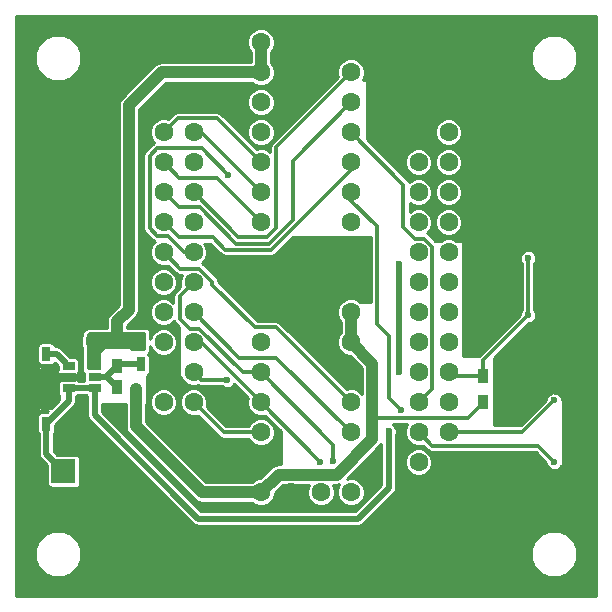
<source format=gbl>
G04 #@! TF.FileFunction,Copper,L2,Bot,Signal*
%FSLAX46Y46*%
G04 Gerber Fmt 4.6, Leading zero omitted, Abs format (unit mm)*
G04 Created by KiCad (PCBNEW 4.0.0-rc1-stable) date 2016/05/03 6:10:00*
%MOMM*%
G01*
G04 APERTURE LIST*
%ADD10C,0.100000*%
%ADD11C,1.600000*%
%ADD12R,0.750000X1.200000*%
%ADD13R,1.200000X0.750000*%
%ADD14R,0.900000X1.200000*%
%ADD15R,1.060000X0.650000*%
%ADD16R,2.032000X2.032000*%
%ADD17O,2.032000X2.032000*%
%ADD18C,0.600000*%
%ADD19C,0.500000*%
%ADD20C,0.300000*%
%ADD21C,1.000000*%
%ADD22C,0.200000*%
%ADD23C,0.250000*%
G04 APERTURE END LIST*
D10*
D11*
X34525000Y27000000D03*
X15475000Y27000000D03*
X37065000Y27000000D03*
X34525000Y24460000D03*
X34525000Y21920000D03*
X34525000Y19380000D03*
X34525000Y16840000D03*
X34525000Y14300000D03*
X37065000Y14300000D03*
X37065000Y16840000D03*
X37065000Y19380000D03*
X37065000Y21920000D03*
X37065000Y24460000D03*
X34525000Y11760000D03*
X37065000Y11760000D03*
X34525000Y29540000D03*
X34525000Y32080000D03*
X34525000Y34620000D03*
X34525000Y37160000D03*
X34525000Y39700000D03*
X37065000Y39700000D03*
X37065000Y37160000D03*
X37065000Y34620000D03*
X37065000Y32080000D03*
X37065000Y29540000D03*
X15475000Y24460000D03*
X15475000Y21920000D03*
X15475000Y19380000D03*
X15475000Y16840000D03*
X12935000Y16840000D03*
X12935000Y19380000D03*
X12935000Y21920000D03*
X12935000Y24460000D03*
X12935000Y27000000D03*
X12935000Y29540000D03*
X15475000Y29540000D03*
X15475000Y32080000D03*
X15475000Y34620000D03*
X15475000Y37160000D03*
X15475000Y39700000D03*
X12935000Y39700000D03*
X12935000Y37160000D03*
X12935000Y34620000D03*
X12935000Y32080000D03*
X23730000Y9220000D03*
X26270000Y9220000D03*
X28810000Y9220000D03*
X21190000Y9220000D03*
D12*
X3000000Y15050000D03*
X3000000Y16950000D03*
X3000000Y20950000D03*
X3000000Y19050000D03*
X11000000Y21950000D03*
X11000000Y20050000D03*
D13*
X6950000Y22000000D03*
X5050000Y22000000D03*
D14*
X9000000Y22100000D03*
X9000000Y19900000D03*
X9000000Y18100000D03*
X9000000Y15900000D03*
X40000000Y16900000D03*
X40000000Y19100000D03*
D15*
X4900000Y18050000D03*
X4900000Y19000000D03*
X4900000Y19950000D03*
X7100000Y19950000D03*
X7100000Y18050000D03*
X7100000Y19000000D03*
D16*
X4460000Y11000000D03*
D17*
X7000000Y11000000D03*
D11*
X21190000Y24460000D03*
X21190000Y21920000D03*
X21190000Y19380000D03*
X21190000Y16840000D03*
X21190000Y14300000D03*
X28810000Y14300000D03*
X28810000Y16840000D03*
X28810000Y19380000D03*
X28810000Y21920000D03*
X28810000Y24460000D03*
X21190000Y47320000D03*
X21190000Y44780000D03*
X21190000Y42240000D03*
X21190000Y39700000D03*
X21190000Y37160000D03*
X21190000Y34620000D03*
X21190000Y32080000D03*
X28810000Y32080000D03*
X28810000Y34620000D03*
X28810000Y37160000D03*
X28810000Y39700000D03*
X28810000Y42240000D03*
X28810000Y44780000D03*
X28810000Y47320000D03*
D18*
X32842000Y28557900D03*
X32842000Y19442100D03*
X32000000Y14400000D03*
X13000000Y14800000D03*
X16800000Y10800000D03*
X19800000Y10800000D03*
X22200000Y12200000D03*
X42600000Y24600000D03*
X39200000Y21200000D03*
X41400000Y20400000D03*
X42400000Y15400000D03*
X41400000Y15400000D03*
X29000000Y28000000D03*
X26000000Y28000000D03*
X23000000Y28000000D03*
X20000000Y28000000D03*
X34000000Y43000000D03*
X39000000Y43000000D03*
X39000000Y48000000D03*
X34000000Y48000000D03*
X17000000Y48000000D03*
X12000000Y48000000D03*
X7000000Y48000000D03*
X7000000Y43000000D03*
X2000000Y43000000D03*
X2000000Y38000000D03*
X2000000Y33000000D03*
X2000000Y28000000D03*
X2000000Y23000000D03*
X2000000Y18000000D03*
X2000000Y13000000D03*
X2000000Y9000000D03*
X4000000Y8000000D03*
X7000000Y8000000D03*
X45000000Y10000000D03*
X40000000Y10000000D03*
X40000000Y5000000D03*
X35000000Y5000000D03*
X30000000Y5000000D03*
X25000000Y5000000D03*
X20000000Y5000000D03*
X15000000Y5000000D03*
X10000000Y5000000D03*
X5000000Y21000000D03*
X3800000Y17200000D03*
X4000000Y19000000D03*
X8000000Y16000000D03*
X10600000Y18000000D03*
X10000000Y22000000D03*
X43800000Y24200000D03*
X43812000Y29046900D03*
X46000000Y17000000D03*
X46000000Y11800000D03*
X18321000Y18735700D03*
X27322000Y11912200D03*
X26200000Y11800000D03*
X18410900Y36128900D03*
X33054000Y16215600D03*
D19*
X32842000Y19442100D02*
X32842000Y28557900D01*
X32000000Y9600000D02*
X32000000Y14400000D01*
X29400000Y7000000D02*
X32000000Y9600000D01*
X15890000Y7000000D02*
X29400000Y7000000D01*
X7100000Y15790000D02*
X15890000Y7000000D01*
X7100000Y18050000D02*
X7100000Y15790000D01*
X3000000Y12460000D02*
X4460000Y11000000D01*
X3000000Y15050000D02*
X3000000Y12460000D01*
X3000000Y15050000D02*
X3000000Y15275000D01*
X4900000Y18050000D02*
X7100000Y18050000D01*
X4900000Y16950000D02*
X4900000Y18050000D01*
X3000000Y15050000D02*
X4900000Y16950000D01*
D20*
X16800000Y10800000D02*
X13000000Y14600000D01*
X13000000Y14600000D02*
X13000000Y14800000D01*
X22200000Y12200000D02*
X21200000Y12200000D01*
X21200000Y12200000D02*
X19800000Y10800000D01*
X39200000Y21200000D02*
X42600000Y24600000D01*
X41400000Y15400000D02*
X42400000Y15400000D01*
X23000000Y28000000D02*
X26000000Y28000000D01*
X21190000Y24460000D02*
X21190000Y26810000D01*
X21190000Y26810000D02*
X20000000Y28000000D01*
X39000000Y48000000D02*
X39000000Y43000000D01*
X28810000Y47320000D02*
X33320000Y47320000D01*
X33320000Y47320000D02*
X34000000Y48000000D01*
X12000000Y48000000D02*
X17000000Y48000000D01*
X7000000Y43000000D02*
X7000000Y48000000D01*
X2000000Y38000000D02*
X2000000Y43000000D01*
X7000000Y8000000D02*
X10000000Y5000000D01*
X15000000Y5000000D02*
X20000000Y5000000D01*
X25000000Y5000000D02*
X30000000Y5000000D01*
X35000000Y5000000D02*
X40000000Y5000000D01*
X40000000Y10000000D02*
X45000000Y10000000D01*
D19*
X2000000Y28000000D02*
X2000000Y33000000D01*
X2000000Y18000000D02*
X2000000Y23000000D01*
D20*
X2000000Y9000000D02*
X2000000Y13000000D01*
X7000000Y8000000D02*
X4000000Y8000000D01*
X7000000Y11000000D02*
X7000000Y8000000D01*
D19*
X5050000Y21050000D02*
X5000000Y21000000D01*
X5050000Y22000000D02*
X5050000Y21050000D01*
X3550000Y16950000D02*
X3800000Y17200000D01*
X3000000Y16950000D02*
X3550000Y16950000D01*
X4900000Y19000000D02*
X4000000Y19000000D01*
X3950000Y19050000D02*
X4000000Y19000000D01*
X3000000Y19050000D02*
X3950000Y19050000D01*
X8100000Y15900000D02*
X8000000Y16000000D01*
X9000000Y15900000D02*
X8100000Y15900000D01*
X3875000Y20950000D02*
X3000000Y20950000D01*
X4650000Y20175000D02*
X3875000Y20950000D01*
X4650000Y19950000D02*
X4650000Y20175000D01*
X4900000Y19950000D02*
X4650000Y19950000D01*
D21*
X21190000Y9220000D02*
X22692999Y10722999D01*
X22692999Y10722999D02*
X27595000Y10723000D01*
X27595000Y10723000D02*
X27598000Y10720000D01*
X27598000Y10720000D02*
X30600000Y13722000D01*
X30600000Y13722000D02*
X30600000Y15503200D01*
D20*
X38753000Y15503200D02*
X30600000Y15503200D01*
X40000000Y16750000D02*
X38753000Y15503200D01*
X40000000Y16900000D02*
X40000000Y16750000D01*
D21*
X21190000Y44780000D02*
X21190000Y47320000D01*
X12780000Y44780000D02*
X21190000Y44780000D01*
X10000000Y42000000D02*
X12780000Y44780000D01*
X10000000Y24700000D02*
X10000000Y42000000D01*
X9000000Y23700000D02*
X10000000Y24700000D01*
X9000000Y22100000D02*
X9000000Y23700000D01*
X28810000Y21920000D02*
X28810000Y24460000D01*
X16180000Y9220000D02*
X21190000Y9220000D01*
X10600000Y14800000D02*
X16180000Y9220000D01*
X10600000Y18000000D02*
X10600000Y14800000D01*
D22*
X10375000Y22000000D02*
X10000000Y22000000D01*
X10425000Y21950000D02*
X10375000Y22000000D01*
X11000000Y21950000D02*
X10425000Y21950000D01*
D21*
X30600000Y20130000D02*
X28810000Y21920000D01*
X30600000Y15503200D02*
X30600000Y20130000D01*
D19*
X8130000Y18970000D02*
X9000000Y18100000D01*
X8130000Y19000000D02*
X8130000Y18970000D01*
X8130000Y19030000D02*
X9000000Y19900000D01*
X8130000Y19000000D02*
X8130000Y19030000D01*
X7100000Y19000000D02*
X8130000Y19000000D01*
X9150000Y20050000D02*
X9000000Y19900000D01*
X11000000Y20050000D02*
X9150000Y20050000D01*
D20*
X37345000Y19100000D02*
X37065000Y19380000D01*
X40000000Y19100000D02*
X37345000Y19100000D01*
X40000000Y20400000D02*
X43800000Y24200000D01*
X40000000Y19100000D02*
X40000000Y20400000D01*
X43800000Y29035000D02*
X43812000Y29046900D01*
X43800000Y24200000D02*
X43800000Y29035000D01*
X43300000Y14300000D02*
X46000000Y17000000D01*
X37065000Y14300000D02*
X43300000Y14300000D01*
X34525000Y14300000D02*
X35675001Y13149999D01*
X35675001Y13149999D02*
X44650000Y13150000D01*
X44650000Y13150000D02*
X46000000Y11800000D01*
X16119000Y18735700D02*
X18321000Y18735700D01*
X15475000Y19380000D02*
X16119000Y18735700D01*
X27322000Y13248100D02*
X21190000Y19380000D01*
X27322000Y11912200D02*
X27322000Y13248100D01*
X14303000Y25827900D02*
X15475000Y27000000D01*
X14303000Y23928200D02*
X14303000Y25827900D01*
X15161000Y23070400D02*
X14303000Y23928200D01*
X15952000Y23070400D02*
X15161000Y23070400D01*
X19642000Y19380000D02*
X15952000Y23070400D01*
X21190000Y19380000D02*
X19642000Y19380000D01*
X21190000Y16840000D02*
X26200000Y11830000D01*
X26200000Y11830000D02*
X26200000Y11800000D01*
X16110000Y21920000D02*
X21190000Y16840000D01*
X15475000Y21920000D02*
X16110000Y21920000D01*
X18015000Y14300000D02*
X15475000Y16840000D01*
X21190000Y14300000D02*
X18015000Y14300000D01*
X19305000Y20630400D02*
X15475000Y24460000D01*
X22480000Y20630400D02*
X19305000Y20630400D01*
X28810000Y14300000D02*
X22480000Y20630400D01*
X14325000Y28150400D02*
X12935000Y29540000D01*
X15973000Y28150400D02*
X14325000Y28150400D01*
X17076000Y27046900D02*
X15973000Y28150400D01*
X17076000Y26792100D02*
X17076000Y27046900D01*
X20678000Y23190000D02*
X17076000Y26792100D01*
X22460000Y23190000D02*
X20678000Y23190000D01*
X28810000Y16840000D02*
X22460000Y23190000D01*
X14664600Y29540000D02*
X15475000Y29540000D01*
X13275000Y30929600D02*
X14664600Y29540000D01*
X12398800Y30929600D02*
X13275000Y30929600D01*
X11748300Y31580100D02*
X12398800Y30929600D01*
X11748300Y37717900D02*
X11748300Y31580100D01*
X12375900Y38345500D02*
X11748300Y37717900D01*
X16194300Y38345500D02*
X12375900Y38345500D01*
X18410900Y36128900D02*
X16194300Y38345500D01*
X17457000Y40892800D02*
X21190000Y37160000D01*
X14128000Y40892800D02*
X17457000Y40892800D01*
X12935000Y39700000D02*
X14128000Y40892800D01*
X16110000Y39700000D02*
X15475000Y39700000D01*
X21190000Y34620000D02*
X16110000Y39700000D01*
X14284000Y35810600D02*
X12935000Y37160000D01*
X17459000Y35810600D02*
X14284000Y35810600D01*
X21190000Y32080000D02*
X17459000Y35810600D01*
X32041700Y17227900D02*
X32041700Y22417187D01*
X31000000Y23458887D02*
X32041700Y22417187D01*
X31000000Y31740002D02*
X31000000Y23458887D01*
X28810000Y34620000D02*
X28810000Y33930002D01*
X28810000Y33930002D02*
X31000000Y31740002D01*
X33054000Y16215600D02*
X32041700Y17227900D01*
X14205000Y30810000D02*
X12935000Y32080000D01*
X17101100Y30810000D02*
X14205000Y30810000D01*
X18150100Y29761000D02*
X17101100Y30810000D01*
X22057200Y29761000D02*
X18150100Y29761000D01*
X28810000Y36513800D02*
X22057200Y29761000D01*
X28810000Y37160000D02*
X28810000Y36513800D01*
X35696300Y18011300D02*
X34525000Y16840000D01*
X35696300Y29999500D02*
X35696300Y18011300D01*
X35005400Y30690400D02*
X35696300Y29999500D01*
X34215700Y30690400D02*
X35005400Y30690400D01*
X33242100Y31664000D02*
X34215700Y30690400D01*
X33242100Y35267900D02*
X33242100Y31664000D01*
X28810000Y39700000D02*
X33242100Y35267900D01*
X14205000Y33350000D02*
X12935000Y34620000D01*
X16037300Y33350000D02*
X14205000Y33350000D01*
X19112700Y30274600D02*
X16037300Y33350000D01*
X21863100Y30274600D02*
X19112700Y30274600D01*
X23876500Y32288000D02*
X21863100Y30274600D01*
X23876500Y37306500D02*
X23876500Y32288000D01*
X28810000Y42240000D02*
X23876500Y37306500D01*
X19268500Y30826500D02*
X15475000Y34620000D01*
X21707300Y30826500D02*
X19268500Y30826500D01*
X22479600Y31598800D02*
X21707300Y30826500D01*
X22479600Y38449600D02*
X22479600Y31598800D01*
X28810000Y44780000D02*
X22479600Y38449600D01*
D23*
G36*
X3911612Y19311612D02*
X3952963Y19284187D01*
X4000000Y19275000D01*
X4217993Y19275000D01*
X4221246Y19272777D01*
X4370000Y19242654D01*
X5430000Y19242654D01*
X5475000Y19251121D01*
X5475000Y18748233D01*
X5430000Y18757346D01*
X4370000Y18757346D01*
X4231034Y18731198D01*
X4221402Y18725000D01*
X4200000Y18725000D01*
X4151368Y18715152D01*
X4110399Y18687159D01*
X4083549Y18645432D01*
X4076948Y18610354D01*
X4017777Y18523754D01*
X3987654Y18375000D01*
X3987654Y17725000D01*
X4013802Y17586034D01*
X4075000Y17490929D01*
X4075000Y17008884D01*
X3391116Y16325000D01*
X2525000Y16325000D01*
X2525000Y19675000D01*
X3548224Y19675000D01*
X3911612Y19311612D01*
X3911612Y19311612D01*
G37*
X3911612Y19311612D02*
X3952963Y19284187D01*
X4000000Y19275000D01*
X4217993Y19275000D01*
X4221246Y19272777D01*
X4370000Y19242654D01*
X5430000Y19242654D01*
X5475000Y19251121D01*
X5475000Y18748233D01*
X5430000Y18757346D01*
X4370000Y18757346D01*
X4231034Y18731198D01*
X4221402Y18725000D01*
X4200000Y18725000D01*
X4151368Y18715152D01*
X4110399Y18687159D01*
X4083549Y18645432D01*
X4076948Y18610354D01*
X4017777Y18523754D01*
X3987654Y18375000D01*
X3987654Y17725000D01*
X4013802Y17586034D01*
X4075000Y17490929D01*
X4075000Y17008884D01*
X3391116Y16325000D01*
X2525000Y16325000D01*
X2525000Y19675000D01*
X3548224Y19675000D01*
X3911612Y19311612D01*
G36*
X11275000Y21325000D02*
X10251776Y21325000D01*
X10088388Y21488388D01*
X10047037Y21515813D01*
X10000000Y21525000D01*
X8000000Y21525000D01*
X7951368Y21515152D01*
X7911612Y21488388D01*
X7511612Y21088388D01*
X7484187Y21047037D01*
X7475000Y21000000D01*
X7475000Y19725000D01*
X6525000Y19725000D01*
X6525000Y22548224D01*
X6651776Y22675000D01*
X11275000Y22675000D01*
X11275000Y21325000D01*
X11275000Y21325000D01*
G37*
X11275000Y21325000D02*
X10251776Y21325000D01*
X10088388Y21488388D01*
X10047037Y21515813D01*
X10000000Y21525000D01*
X8000000Y21525000D01*
X7951368Y21515152D01*
X7911612Y21488388D01*
X7511612Y21088388D01*
X7484187Y21047037D01*
X7475000Y21000000D01*
X7475000Y19725000D01*
X6525000Y19725000D01*
X6525000Y22548224D01*
X6651776Y22675000D01*
X11275000Y22675000D01*
X11275000Y21325000D01*
G36*
X49550000Y450000D02*
X450000Y450000D01*
X450000Y3608872D01*
X2024657Y3608872D01*
X2324700Y2882714D01*
X2879791Y2326652D01*
X3605425Y2025343D01*
X4391128Y2024657D01*
X5117286Y2324700D01*
X5673348Y2879791D01*
X5974657Y3605425D01*
X5974660Y3608872D01*
X44024657Y3608872D01*
X44324700Y2882714D01*
X44879791Y2326652D01*
X45605425Y2025343D01*
X46391128Y2024657D01*
X47117286Y2324700D01*
X47673348Y2879791D01*
X47974657Y3605425D01*
X47975343Y4391128D01*
X47675300Y5117286D01*
X47120209Y5673348D01*
X46394575Y5974657D01*
X45608872Y5975343D01*
X44882714Y5675300D01*
X44326652Y5120209D01*
X44025343Y4394575D01*
X44024657Y3608872D01*
X5974660Y3608872D01*
X5975343Y4391128D01*
X5675300Y5117286D01*
X5120209Y5673348D01*
X4394575Y5974657D01*
X3608872Y5975343D01*
X2882714Y5675300D01*
X2326652Y5120209D01*
X2025343Y4394575D01*
X2024657Y3608872D01*
X450000Y3608872D01*
X450000Y21550000D01*
X2242654Y21550000D01*
X2242654Y20350000D01*
X2268802Y20211034D01*
X2350931Y20083401D01*
X2476246Y19997777D01*
X2625000Y19967654D01*
X3375000Y19967654D01*
X3513966Y19993802D01*
X3641599Y20075931D01*
X3727223Y20201246D01*
X3729353Y20211764D01*
X3987654Y19953463D01*
X3987654Y19625000D01*
X3995969Y19580807D01*
X3688388Y19888388D01*
X3648632Y19915152D01*
X3600000Y19925000D01*
X2400000Y19925000D01*
X2354568Y19916451D01*
X2312841Y19889601D01*
X2284848Y19848632D01*
X2275000Y19800000D01*
X2275000Y16200000D01*
X2283549Y16154568D01*
X2310399Y16112841D01*
X2351368Y16084848D01*
X2400000Y16075000D01*
X3141116Y16075000D01*
X3098462Y16032346D01*
X2625000Y16032346D01*
X2486034Y16006198D01*
X2358401Y15924069D01*
X2272777Y15798754D01*
X2242654Y15650000D01*
X2242654Y14450000D01*
X2268802Y14311034D01*
X2350931Y14183401D01*
X2375000Y14166955D01*
X2375000Y12460000D01*
X2422575Y12220823D01*
X2558058Y12018058D01*
X3061654Y11514462D01*
X3061654Y9984000D01*
X3087802Y9845034D01*
X3169931Y9717401D01*
X3295246Y9631777D01*
X3444000Y9601654D01*
X5476000Y9601654D01*
X5614966Y9627802D01*
X5742599Y9709931D01*
X5828223Y9835246D01*
X5858346Y9984000D01*
X5858346Y12016000D01*
X5832198Y12154966D01*
X5750069Y12282599D01*
X5624754Y12368223D01*
X5476000Y12398346D01*
X3945538Y12398346D01*
X3625000Y12718884D01*
X3625000Y14165250D01*
X3641599Y14175931D01*
X3727223Y14301246D01*
X3757346Y14450000D01*
X3757346Y14923462D01*
X5341942Y16508058D01*
X5477425Y16710823D01*
X5525001Y16950000D01*
X5525000Y16950005D01*
X5525000Y17360529D01*
X5568966Y17368802D01*
X5656301Y17425000D01*
X6344815Y17425000D01*
X6421246Y17372777D01*
X6475000Y17361892D01*
X6475000Y15790000D01*
X6522575Y15550823D01*
X6658058Y15348058D01*
X15448058Y6558058D01*
X15650822Y6422575D01*
X15890000Y6375000D01*
X29400000Y6375000D01*
X29639177Y6422575D01*
X29841942Y6558058D01*
X32441942Y9158058D01*
X32577425Y9360822D01*
X32625000Y9600000D01*
X32625000Y11527303D01*
X33349796Y11527303D01*
X33528302Y11095285D01*
X33858547Y10764464D01*
X34290253Y10585204D01*
X34757697Y10584796D01*
X35189715Y10763302D01*
X35520536Y11093547D01*
X35699796Y11525253D01*
X35700204Y11992697D01*
X35521698Y12424715D01*
X35191453Y12755536D01*
X34759747Y12934796D01*
X34292303Y12935204D01*
X33860285Y12756698D01*
X33529464Y12426453D01*
X33350204Y11994747D01*
X33349796Y11527303D01*
X32625000Y11527303D01*
X32625000Y14145015D01*
X32674883Y14265145D01*
X32675117Y14533677D01*
X32572571Y14781857D01*
X32382856Y14971903D01*
X32367691Y14978200D01*
X33541231Y14978200D01*
X33529464Y14966453D01*
X33350204Y14534747D01*
X33349796Y14067303D01*
X33528302Y13635285D01*
X33858547Y13304464D01*
X34290253Y13125204D01*
X34757697Y13124796D01*
X34899253Y13183285D01*
X35303770Y12778768D01*
X35474092Y12664962D01*
X35675001Y12624999D01*
X44432538Y12625000D01*
X45324941Y11732597D01*
X45324883Y11666323D01*
X45427429Y11418143D01*
X45617144Y11228097D01*
X45865145Y11125117D01*
X46133677Y11124883D01*
X46381857Y11227429D01*
X46571903Y11417144D01*
X46596352Y11476023D01*
X46601727Y11475012D01*
X46650218Y11485531D01*
X46690796Y11514087D01*
X46717068Y11556181D01*
X46725000Y11600000D01*
X46725000Y17000000D01*
X46715152Y17048632D01*
X46687159Y17089601D01*
X46675085Y17097370D01*
X46675117Y17133677D01*
X46572571Y17381857D01*
X46382856Y17571903D01*
X46134855Y17674883D01*
X45866323Y17675117D01*
X45618143Y17572571D01*
X45428097Y17382856D01*
X45325117Y17134855D01*
X45325058Y17067520D01*
X43182538Y14925000D01*
X40925000Y14925000D01*
X40925000Y20582538D01*
X43867403Y23524941D01*
X43933677Y23524883D01*
X44181857Y23627429D01*
X44371903Y23817144D01*
X44474883Y24065145D01*
X44475117Y24333677D01*
X44372571Y24581857D01*
X44325000Y24629511D01*
X44325000Y28605244D01*
X44383903Y28664044D01*
X44486883Y28912045D01*
X44487117Y29180577D01*
X44384571Y29428757D01*
X44194856Y29618803D01*
X43946855Y29721783D01*
X43678323Y29722017D01*
X43430143Y29619471D01*
X43240097Y29429756D01*
X43137117Y29181755D01*
X43136883Y28913223D01*
X43239429Y28665043D01*
X43275000Y28629410D01*
X43275000Y24629677D01*
X43228097Y24582856D01*
X43125117Y24334855D01*
X43125058Y24267520D01*
X39628769Y20771231D01*
X39597878Y20725000D01*
X38325000Y20725000D01*
X38325000Y30400000D01*
X38315152Y30448632D01*
X38287159Y30489601D01*
X38245432Y30516451D01*
X38200000Y30525000D01*
X37741971Y30525000D01*
X37731453Y30535536D01*
X37299747Y30714796D01*
X36832303Y30715204D01*
X36400285Y30536698D01*
X36388567Y30525000D01*
X36000000Y30525000D01*
X35951368Y30515152D01*
X35934580Y30503682D01*
X35376631Y31061631D01*
X35251657Y31145136D01*
X35520536Y31413547D01*
X35699796Y31845253D01*
X35699797Y31847303D01*
X35889796Y31847303D01*
X36068302Y31415285D01*
X36398547Y31084464D01*
X36830253Y30905204D01*
X37297697Y30904796D01*
X37729715Y31083302D01*
X38060536Y31413547D01*
X38239796Y31845253D01*
X38240204Y32312697D01*
X38061698Y32744715D01*
X37731453Y33075536D01*
X37299747Y33254796D01*
X36832303Y33255204D01*
X36400285Y33076698D01*
X36069464Y32746453D01*
X35890204Y32314747D01*
X35889796Y31847303D01*
X35699797Y31847303D01*
X35700204Y32312697D01*
X35521698Y32744715D01*
X35191453Y33075536D01*
X34759747Y33254796D01*
X34292303Y33255204D01*
X33860285Y33076698D01*
X33767100Y32983675D01*
X33767100Y33716070D01*
X33858547Y33624464D01*
X34290253Y33445204D01*
X34757697Y33444796D01*
X35189715Y33623302D01*
X35520536Y33953547D01*
X35699796Y34385253D01*
X35699797Y34387303D01*
X35889796Y34387303D01*
X36068302Y33955285D01*
X36398547Y33624464D01*
X36830253Y33445204D01*
X37297697Y33444796D01*
X37729715Y33623302D01*
X38060536Y33953547D01*
X38239796Y34385253D01*
X38240204Y34852697D01*
X38061698Y35284715D01*
X37731453Y35615536D01*
X37299747Y35794796D01*
X36832303Y35795204D01*
X36400285Y35616698D01*
X36069464Y35286453D01*
X35890204Y34854747D01*
X35889796Y34387303D01*
X35699797Y34387303D01*
X35700204Y34852697D01*
X35521698Y35284715D01*
X35191453Y35615536D01*
X34759747Y35794796D01*
X34292303Y35795204D01*
X33860285Y35616698D01*
X33721136Y35477791D01*
X33613331Y35639131D01*
X32325159Y36927303D01*
X33349796Y36927303D01*
X33528302Y36495285D01*
X33858547Y36164464D01*
X34290253Y35985204D01*
X34757697Y35984796D01*
X35189715Y36163302D01*
X35520536Y36493547D01*
X35699796Y36925253D01*
X35699797Y36927303D01*
X35889796Y36927303D01*
X36068302Y36495285D01*
X36398547Y36164464D01*
X36830253Y35985204D01*
X37297697Y35984796D01*
X37729715Y36163302D01*
X38060536Y36493547D01*
X38239796Y36925253D01*
X38240204Y37392697D01*
X38061698Y37824715D01*
X37731453Y38155536D01*
X37299747Y38334796D01*
X36832303Y38335204D01*
X36400285Y38156698D01*
X36069464Y37826453D01*
X35890204Y37394747D01*
X35889796Y36927303D01*
X35699797Y36927303D01*
X35700204Y37392697D01*
X35521698Y37824715D01*
X35191453Y38155536D01*
X34759747Y38334796D01*
X34292303Y38335204D01*
X33860285Y38156698D01*
X33529464Y37826453D01*
X33350204Y37394747D01*
X33349796Y36927303D01*
X32325159Y36927303D01*
X30125000Y39127462D01*
X30125000Y39467303D01*
X35889796Y39467303D01*
X36068302Y39035285D01*
X36398547Y38704464D01*
X36830253Y38525204D01*
X37297697Y38524796D01*
X37729715Y38703302D01*
X38060536Y39033547D01*
X38239796Y39465253D01*
X38240204Y39932697D01*
X38061698Y40364715D01*
X37731453Y40695536D01*
X37299747Y40874796D01*
X36832303Y40875204D01*
X36400285Y40696698D01*
X36069464Y40366453D01*
X35890204Y39934747D01*
X35889796Y39467303D01*
X30125000Y39467303D01*
X30125000Y44000000D01*
X30115152Y44048632D01*
X30087159Y44089601D01*
X30045432Y44116451D01*
X30000000Y44125000D01*
X29810292Y44125000D01*
X29984796Y44545253D01*
X29985204Y45012697D01*
X29806698Y45444715D01*
X29642827Y45608872D01*
X44024657Y45608872D01*
X44324700Y44882714D01*
X44879791Y44326652D01*
X45605425Y44025343D01*
X46391128Y44024657D01*
X47117286Y44324700D01*
X47673348Y44879791D01*
X47974657Y45605425D01*
X47975343Y46391128D01*
X47675300Y47117286D01*
X47120209Y47673348D01*
X46394575Y47974657D01*
X45608872Y47975343D01*
X44882714Y47675300D01*
X44326652Y47120209D01*
X44025343Y46394575D01*
X44024657Y45608872D01*
X29642827Y45608872D01*
X29476453Y45775536D01*
X29044747Y45954796D01*
X28577303Y45955204D01*
X28145285Y45776698D01*
X27814464Y45446453D01*
X27635204Y45014747D01*
X27634796Y44547303D01*
X27693285Y44405747D01*
X22108369Y38820831D01*
X21994563Y38650509D01*
X21954600Y38449600D01*
X21954600Y38057218D01*
X21856453Y38155536D01*
X21424747Y38334796D01*
X20957303Y38335204D01*
X20815719Y38276703D01*
X19625056Y39467303D01*
X20014796Y39467303D01*
X20193302Y39035285D01*
X20523547Y38704464D01*
X20955253Y38525204D01*
X21422697Y38524796D01*
X21854715Y38703302D01*
X22185536Y39033547D01*
X22364796Y39465253D01*
X22365204Y39932697D01*
X22186698Y40364715D01*
X21856453Y40695536D01*
X21424747Y40874796D01*
X20957303Y40875204D01*
X20525285Y40696698D01*
X20194464Y40366453D01*
X20015204Y39934747D01*
X20014796Y39467303D01*
X19625056Y39467303D01*
X17828221Y41264041D01*
X17747535Y41317951D01*
X17657909Y41377837D01*
X17657901Y41377839D01*
X17657896Y41377842D01*
X17564602Y41396397D01*
X17457000Y41417800D01*
X14128000Y41417800D01*
X14028116Y41397932D01*
X13927132Y41377854D01*
X13927113Y41377841D01*
X13927091Y41377837D01*
X13841517Y41320658D01*
X13756800Y41264062D01*
X13309449Y40816786D01*
X13169747Y40874796D01*
X12702303Y40875204D01*
X12270285Y40696698D01*
X11939464Y40366453D01*
X11760204Y39934747D01*
X11759796Y39467303D01*
X11938302Y39035285D01*
X12155617Y38817591D01*
X12004669Y38716731D01*
X11377069Y38089131D01*
X11263263Y37918809D01*
X11223300Y37717900D01*
X11223300Y31580100D01*
X11263263Y31379191D01*
X11377069Y31208869D01*
X12027569Y30558369D01*
X12185969Y30452529D01*
X11939464Y30206453D01*
X11760204Y29774747D01*
X11759796Y29307303D01*
X11938302Y28875285D01*
X12268547Y28544464D01*
X12700253Y28365204D01*
X13167697Y28364796D01*
X13309404Y28423348D01*
X13953822Y27779116D01*
X14038543Y27722525D01*
X14124091Y27665363D01*
X14124129Y27665355D01*
X14124161Y27665334D01*
X14224482Y27645394D01*
X14325000Y27625400D01*
X14462417Y27625400D01*
X14300204Y27234747D01*
X14299796Y26767303D01*
X14358304Y26625702D01*
X13931753Y26199115D01*
X13873328Y26111668D01*
X13817963Y26028809D01*
X13817961Y26028798D01*
X13817954Y26028788D01*
X13797007Y25923453D01*
X13778000Y25827900D01*
X13778000Y25278681D01*
X13601453Y25455536D01*
X13169747Y25634796D01*
X12702303Y25635204D01*
X12270285Y25456698D01*
X11939464Y25126453D01*
X11760204Y24694747D01*
X11759796Y24227303D01*
X11938302Y23795285D01*
X12268547Y23464464D01*
X12700253Y23285204D01*
X13167697Y23284796D01*
X13599715Y23463302D01*
X13836444Y23699618D01*
X13875197Y23641635D01*
X13931769Y23556969D01*
X13931795Y23556952D01*
X13931812Y23556926D01*
X14275000Y23213818D01*
X14275000Y19200000D01*
X14284848Y19151368D01*
X14312841Y19110399D01*
X14315842Y19108468D01*
X14478302Y18715285D01*
X14808547Y18384464D01*
X15240253Y18205204D01*
X15707697Y18204796D01*
X15880101Y18276032D01*
X15917978Y18250710D01*
X15918039Y18250698D01*
X15918091Y18250663D01*
X16018955Y18230600D01*
X16118878Y18210700D01*
X16118939Y18210712D01*
X16119000Y18210700D01*
X17891323Y18210700D01*
X17938144Y18163797D01*
X18186145Y18060817D01*
X18454677Y18060583D01*
X18702857Y18163129D01*
X18892903Y18352844D01*
X18905165Y18382373D01*
X20073177Y17214361D01*
X20015204Y17074747D01*
X20014796Y16607303D01*
X20193302Y16175285D01*
X20523547Y15844464D01*
X20955253Y15665204D01*
X21422697Y15664796D01*
X21564253Y15723285D01*
X22875000Y14412538D01*
X22875000Y11597999D01*
X22692999Y11597999D01*
X22358151Y11531394D01*
X22074281Y11341718D01*
X21127619Y10395055D01*
X20957303Y10395204D01*
X20525285Y10216698D01*
X20403375Y10095000D01*
X16542437Y10095000D01*
X11475000Y15162436D01*
X11475000Y16607303D01*
X11759796Y16607303D01*
X11938302Y16175285D01*
X12268547Y15844464D01*
X12700253Y15665204D01*
X13167697Y15664796D01*
X13599715Y15843302D01*
X13930536Y16173547D01*
X14109796Y16605253D01*
X14109797Y16607303D01*
X14299796Y16607303D01*
X14478302Y16175285D01*
X14808547Y15844464D01*
X15240253Y15665204D01*
X15707697Y15664796D01*
X15849253Y15723285D01*
X17643769Y13928769D01*
X17814091Y13814963D01*
X18015000Y13775000D01*
X20135573Y13775000D01*
X20193302Y13635285D01*
X20523547Y13304464D01*
X20955253Y13125204D01*
X21422697Y13124796D01*
X21854715Y13303302D01*
X22185536Y13633547D01*
X22364796Y14065253D01*
X22365204Y14532697D01*
X22186698Y14964715D01*
X21856453Y15295536D01*
X21424747Y15474796D01*
X20957303Y15475204D01*
X20525285Y15296698D01*
X20194464Y14966453D01*
X20135728Y14825000D01*
X18232462Y14825000D01*
X16591823Y16465639D01*
X16649796Y16605253D01*
X16650204Y17072697D01*
X16471698Y17504715D01*
X16141453Y17835536D01*
X15709747Y18014796D01*
X15242303Y18015204D01*
X14810285Y17836698D01*
X14479464Y17506453D01*
X14300204Y17074747D01*
X14299796Y16607303D01*
X14109797Y16607303D01*
X14110204Y17072697D01*
X13931698Y17504715D01*
X13601453Y17835536D01*
X13169747Y18014796D01*
X12702303Y18015204D01*
X12270285Y17836698D01*
X11939464Y17506453D01*
X11760204Y17074747D01*
X11759796Y16607303D01*
X11475000Y16607303D01*
X11475000Y16702865D01*
X11489601Y16712841D01*
X11516451Y16754568D01*
X11525000Y16800000D01*
X11525000Y19100902D01*
X11641599Y19175931D01*
X11727223Y19301246D01*
X11757346Y19450000D01*
X11757346Y20650000D01*
X11731198Y20788966D01*
X11649069Y20916599D01*
X11644084Y20920005D01*
X11661477Y20931197D01*
X11745455Y21054104D01*
X11775000Y21200000D01*
X11775000Y21650506D01*
X11938302Y21255285D01*
X12268547Y20924464D01*
X12700253Y20745204D01*
X13167697Y20744796D01*
X13599715Y20923302D01*
X13930536Y21253547D01*
X14109796Y21685253D01*
X14110204Y22152697D01*
X13931698Y22584715D01*
X13601453Y22915536D01*
X13169747Y23094796D01*
X12702303Y23095204D01*
X12270285Y22916698D01*
X11939464Y22586453D01*
X11775000Y22190380D01*
X11775000Y22800000D01*
X11749354Y22936297D01*
X11668803Y23061477D01*
X11545896Y23145455D01*
X11400000Y23175000D01*
X9875000Y23175000D01*
X9875000Y23337564D01*
X10618719Y24081282D01*
X10808395Y24365152D01*
X10875000Y24700000D01*
X10875000Y26767303D01*
X11759796Y26767303D01*
X11938302Y26335285D01*
X12268547Y26004464D01*
X12700253Y25825204D01*
X13167697Y25824796D01*
X13599715Y26003302D01*
X13930536Y26333547D01*
X14109796Y26765253D01*
X14110204Y27232697D01*
X13931698Y27664715D01*
X13601453Y27995536D01*
X13169747Y28174796D01*
X12702303Y28175204D01*
X12270285Y27996698D01*
X11939464Y27666453D01*
X11760204Y27234747D01*
X11759796Y26767303D01*
X10875000Y26767303D01*
X10875000Y41637564D01*
X11244739Y42007303D01*
X20014796Y42007303D01*
X20193302Y41575285D01*
X20523547Y41244464D01*
X20955253Y41065204D01*
X21422697Y41064796D01*
X21854715Y41243302D01*
X22185536Y41573547D01*
X22364796Y42005253D01*
X22365204Y42472697D01*
X22186698Y42904715D01*
X21856453Y43235536D01*
X21424747Y43414796D01*
X20957303Y43415204D01*
X20525285Y43236698D01*
X20194464Y42906453D01*
X20015204Y42474747D01*
X20014796Y42007303D01*
X11244739Y42007303D01*
X13142437Y43905000D01*
X20403221Y43905000D01*
X20523547Y43784464D01*
X20955253Y43605204D01*
X21422697Y43604796D01*
X21854715Y43783302D01*
X22185536Y44113547D01*
X22364796Y44545253D01*
X22365204Y45012697D01*
X22186698Y45444715D01*
X22065000Y45566625D01*
X22065000Y46533221D01*
X22185536Y46653547D01*
X22364796Y47085253D01*
X22365204Y47552697D01*
X22186698Y47984715D01*
X21856453Y48315536D01*
X21424747Y48494796D01*
X20957303Y48495204D01*
X20525285Y48316698D01*
X20194464Y47986453D01*
X20015204Y47554747D01*
X20014796Y47087303D01*
X20193302Y46655285D01*
X20315000Y46533375D01*
X20315000Y45655000D01*
X12780000Y45655000D01*
X12445152Y45588395D01*
X12161282Y45398719D01*
X9381282Y42618718D01*
X9191605Y42334848D01*
X9125000Y42000000D01*
X9125000Y25062437D01*
X8381282Y24318718D01*
X8191605Y24034848D01*
X8125000Y23700000D01*
X8125000Y23175000D01*
X6600000Y23175000D01*
X6458890Y23147438D01*
X6334835Y23065165D01*
X6134835Y22865165D01*
X6054545Y22745896D01*
X6025000Y22600000D01*
X6025000Y22563596D01*
X5997777Y22523754D01*
X5967654Y22375000D01*
X5967654Y21625000D01*
X5993802Y21486034D01*
X6025000Y21437551D01*
X6025000Y19600000D01*
X6050646Y19463703D01*
X6131197Y19338523D01*
X6187654Y19299948D01*
X6187654Y18675000D01*
X5725000Y18675000D01*
X5725000Y19392497D01*
X5782223Y19476246D01*
X5812346Y19625000D01*
X5812346Y20275000D01*
X5786198Y20413966D01*
X5704069Y20541599D01*
X5578754Y20627223D01*
X5430000Y20657346D01*
X5051537Y20657346D01*
X4316942Y21391942D01*
X4114177Y21527425D01*
X3875000Y21575000D01*
X3752642Y21575000D01*
X3731198Y21688966D01*
X3649069Y21816599D01*
X3523754Y21902223D01*
X3375000Y21932346D01*
X2625000Y21932346D01*
X2486034Y21906198D01*
X2358401Y21824069D01*
X2272777Y21698754D01*
X2242654Y21550000D01*
X450000Y21550000D01*
X450000Y45608872D01*
X2024657Y45608872D01*
X2324700Y44882714D01*
X2879791Y44326652D01*
X3605425Y44025343D01*
X4391128Y44024657D01*
X5117286Y44324700D01*
X5673348Y44879791D01*
X5974657Y45605425D01*
X5975343Y46391128D01*
X5675300Y47117286D01*
X5120209Y47673348D01*
X4394575Y47974657D01*
X3608872Y47975343D01*
X2882714Y47675300D01*
X2326652Y47120209D01*
X2025343Y46394575D01*
X2024657Y45608872D01*
X450000Y45608872D01*
X450000Y49550000D01*
X49550000Y49550000D01*
X49550000Y450000D01*
X49550000Y450000D01*
G37*
X49550000Y450000D02*
X450000Y450000D01*
X450000Y3608872D01*
X2024657Y3608872D01*
X2324700Y2882714D01*
X2879791Y2326652D01*
X3605425Y2025343D01*
X4391128Y2024657D01*
X5117286Y2324700D01*
X5673348Y2879791D01*
X5974657Y3605425D01*
X5974660Y3608872D01*
X44024657Y3608872D01*
X44324700Y2882714D01*
X44879791Y2326652D01*
X45605425Y2025343D01*
X46391128Y2024657D01*
X47117286Y2324700D01*
X47673348Y2879791D01*
X47974657Y3605425D01*
X47975343Y4391128D01*
X47675300Y5117286D01*
X47120209Y5673348D01*
X46394575Y5974657D01*
X45608872Y5975343D01*
X44882714Y5675300D01*
X44326652Y5120209D01*
X44025343Y4394575D01*
X44024657Y3608872D01*
X5974660Y3608872D01*
X5975343Y4391128D01*
X5675300Y5117286D01*
X5120209Y5673348D01*
X4394575Y5974657D01*
X3608872Y5975343D01*
X2882714Y5675300D01*
X2326652Y5120209D01*
X2025343Y4394575D01*
X2024657Y3608872D01*
X450000Y3608872D01*
X450000Y21550000D01*
X2242654Y21550000D01*
X2242654Y20350000D01*
X2268802Y20211034D01*
X2350931Y20083401D01*
X2476246Y19997777D01*
X2625000Y19967654D01*
X3375000Y19967654D01*
X3513966Y19993802D01*
X3641599Y20075931D01*
X3727223Y20201246D01*
X3729353Y20211764D01*
X3987654Y19953463D01*
X3987654Y19625000D01*
X3995969Y19580807D01*
X3688388Y19888388D01*
X3648632Y19915152D01*
X3600000Y19925000D01*
X2400000Y19925000D01*
X2354568Y19916451D01*
X2312841Y19889601D01*
X2284848Y19848632D01*
X2275000Y19800000D01*
X2275000Y16200000D01*
X2283549Y16154568D01*
X2310399Y16112841D01*
X2351368Y16084848D01*
X2400000Y16075000D01*
X3141116Y16075000D01*
X3098462Y16032346D01*
X2625000Y16032346D01*
X2486034Y16006198D01*
X2358401Y15924069D01*
X2272777Y15798754D01*
X2242654Y15650000D01*
X2242654Y14450000D01*
X2268802Y14311034D01*
X2350931Y14183401D01*
X2375000Y14166955D01*
X2375000Y12460000D01*
X2422575Y12220823D01*
X2558058Y12018058D01*
X3061654Y11514462D01*
X3061654Y9984000D01*
X3087802Y9845034D01*
X3169931Y9717401D01*
X3295246Y9631777D01*
X3444000Y9601654D01*
X5476000Y9601654D01*
X5614966Y9627802D01*
X5742599Y9709931D01*
X5828223Y9835246D01*
X5858346Y9984000D01*
X5858346Y12016000D01*
X5832198Y12154966D01*
X5750069Y12282599D01*
X5624754Y12368223D01*
X5476000Y12398346D01*
X3945538Y12398346D01*
X3625000Y12718884D01*
X3625000Y14165250D01*
X3641599Y14175931D01*
X3727223Y14301246D01*
X3757346Y14450000D01*
X3757346Y14923462D01*
X5341942Y16508058D01*
X5477425Y16710823D01*
X5525001Y16950000D01*
X5525000Y16950005D01*
X5525000Y17360529D01*
X5568966Y17368802D01*
X5656301Y17425000D01*
X6344815Y17425000D01*
X6421246Y17372777D01*
X6475000Y17361892D01*
X6475000Y15790000D01*
X6522575Y15550823D01*
X6658058Y15348058D01*
X15448058Y6558058D01*
X15650822Y6422575D01*
X15890000Y6375000D01*
X29400000Y6375000D01*
X29639177Y6422575D01*
X29841942Y6558058D01*
X32441942Y9158058D01*
X32577425Y9360822D01*
X32625000Y9600000D01*
X32625000Y11527303D01*
X33349796Y11527303D01*
X33528302Y11095285D01*
X33858547Y10764464D01*
X34290253Y10585204D01*
X34757697Y10584796D01*
X35189715Y10763302D01*
X35520536Y11093547D01*
X35699796Y11525253D01*
X35700204Y11992697D01*
X35521698Y12424715D01*
X35191453Y12755536D01*
X34759747Y12934796D01*
X34292303Y12935204D01*
X33860285Y12756698D01*
X33529464Y12426453D01*
X33350204Y11994747D01*
X33349796Y11527303D01*
X32625000Y11527303D01*
X32625000Y14145015D01*
X32674883Y14265145D01*
X32675117Y14533677D01*
X32572571Y14781857D01*
X32382856Y14971903D01*
X32367691Y14978200D01*
X33541231Y14978200D01*
X33529464Y14966453D01*
X33350204Y14534747D01*
X33349796Y14067303D01*
X33528302Y13635285D01*
X33858547Y13304464D01*
X34290253Y13125204D01*
X34757697Y13124796D01*
X34899253Y13183285D01*
X35303770Y12778768D01*
X35474092Y12664962D01*
X35675001Y12624999D01*
X44432538Y12625000D01*
X45324941Y11732597D01*
X45324883Y11666323D01*
X45427429Y11418143D01*
X45617144Y11228097D01*
X45865145Y11125117D01*
X46133677Y11124883D01*
X46381857Y11227429D01*
X46571903Y11417144D01*
X46596352Y11476023D01*
X46601727Y11475012D01*
X46650218Y11485531D01*
X46690796Y11514087D01*
X46717068Y11556181D01*
X46725000Y11600000D01*
X46725000Y17000000D01*
X46715152Y17048632D01*
X46687159Y17089601D01*
X46675085Y17097370D01*
X46675117Y17133677D01*
X46572571Y17381857D01*
X46382856Y17571903D01*
X46134855Y17674883D01*
X45866323Y17675117D01*
X45618143Y17572571D01*
X45428097Y17382856D01*
X45325117Y17134855D01*
X45325058Y17067520D01*
X43182538Y14925000D01*
X40925000Y14925000D01*
X40925000Y20582538D01*
X43867403Y23524941D01*
X43933677Y23524883D01*
X44181857Y23627429D01*
X44371903Y23817144D01*
X44474883Y24065145D01*
X44475117Y24333677D01*
X44372571Y24581857D01*
X44325000Y24629511D01*
X44325000Y28605244D01*
X44383903Y28664044D01*
X44486883Y28912045D01*
X44487117Y29180577D01*
X44384571Y29428757D01*
X44194856Y29618803D01*
X43946855Y29721783D01*
X43678323Y29722017D01*
X43430143Y29619471D01*
X43240097Y29429756D01*
X43137117Y29181755D01*
X43136883Y28913223D01*
X43239429Y28665043D01*
X43275000Y28629410D01*
X43275000Y24629677D01*
X43228097Y24582856D01*
X43125117Y24334855D01*
X43125058Y24267520D01*
X39628769Y20771231D01*
X39597878Y20725000D01*
X38325000Y20725000D01*
X38325000Y30400000D01*
X38315152Y30448632D01*
X38287159Y30489601D01*
X38245432Y30516451D01*
X38200000Y30525000D01*
X37741971Y30525000D01*
X37731453Y30535536D01*
X37299747Y30714796D01*
X36832303Y30715204D01*
X36400285Y30536698D01*
X36388567Y30525000D01*
X36000000Y30525000D01*
X35951368Y30515152D01*
X35934580Y30503682D01*
X35376631Y31061631D01*
X35251657Y31145136D01*
X35520536Y31413547D01*
X35699796Y31845253D01*
X35699797Y31847303D01*
X35889796Y31847303D01*
X36068302Y31415285D01*
X36398547Y31084464D01*
X36830253Y30905204D01*
X37297697Y30904796D01*
X37729715Y31083302D01*
X38060536Y31413547D01*
X38239796Y31845253D01*
X38240204Y32312697D01*
X38061698Y32744715D01*
X37731453Y33075536D01*
X37299747Y33254796D01*
X36832303Y33255204D01*
X36400285Y33076698D01*
X36069464Y32746453D01*
X35890204Y32314747D01*
X35889796Y31847303D01*
X35699797Y31847303D01*
X35700204Y32312697D01*
X35521698Y32744715D01*
X35191453Y33075536D01*
X34759747Y33254796D01*
X34292303Y33255204D01*
X33860285Y33076698D01*
X33767100Y32983675D01*
X33767100Y33716070D01*
X33858547Y33624464D01*
X34290253Y33445204D01*
X34757697Y33444796D01*
X35189715Y33623302D01*
X35520536Y33953547D01*
X35699796Y34385253D01*
X35699797Y34387303D01*
X35889796Y34387303D01*
X36068302Y33955285D01*
X36398547Y33624464D01*
X36830253Y33445204D01*
X37297697Y33444796D01*
X37729715Y33623302D01*
X38060536Y33953547D01*
X38239796Y34385253D01*
X38240204Y34852697D01*
X38061698Y35284715D01*
X37731453Y35615536D01*
X37299747Y35794796D01*
X36832303Y35795204D01*
X36400285Y35616698D01*
X36069464Y35286453D01*
X35890204Y34854747D01*
X35889796Y34387303D01*
X35699797Y34387303D01*
X35700204Y34852697D01*
X35521698Y35284715D01*
X35191453Y35615536D01*
X34759747Y35794796D01*
X34292303Y35795204D01*
X33860285Y35616698D01*
X33721136Y35477791D01*
X33613331Y35639131D01*
X32325159Y36927303D01*
X33349796Y36927303D01*
X33528302Y36495285D01*
X33858547Y36164464D01*
X34290253Y35985204D01*
X34757697Y35984796D01*
X35189715Y36163302D01*
X35520536Y36493547D01*
X35699796Y36925253D01*
X35699797Y36927303D01*
X35889796Y36927303D01*
X36068302Y36495285D01*
X36398547Y36164464D01*
X36830253Y35985204D01*
X37297697Y35984796D01*
X37729715Y36163302D01*
X38060536Y36493547D01*
X38239796Y36925253D01*
X38240204Y37392697D01*
X38061698Y37824715D01*
X37731453Y38155536D01*
X37299747Y38334796D01*
X36832303Y38335204D01*
X36400285Y38156698D01*
X36069464Y37826453D01*
X35890204Y37394747D01*
X35889796Y36927303D01*
X35699797Y36927303D01*
X35700204Y37392697D01*
X35521698Y37824715D01*
X35191453Y38155536D01*
X34759747Y38334796D01*
X34292303Y38335204D01*
X33860285Y38156698D01*
X33529464Y37826453D01*
X33350204Y37394747D01*
X33349796Y36927303D01*
X32325159Y36927303D01*
X30125000Y39127462D01*
X30125000Y39467303D01*
X35889796Y39467303D01*
X36068302Y39035285D01*
X36398547Y38704464D01*
X36830253Y38525204D01*
X37297697Y38524796D01*
X37729715Y38703302D01*
X38060536Y39033547D01*
X38239796Y39465253D01*
X38240204Y39932697D01*
X38061698Y40364715D01*
X37731453Y40695536D01*
X37299747Y40874796D01*
X36832303Y40875204D01*
X36400285Y40696698D01*
X36069464Y40366453D01*
X35890204Y39934747D01*
X35889796Y39467303D01*
X30125000Y39467303D01*
X30125000Y44000000D01*
X30115152Y44048632D01*
X30087159Y44089601D01*
X30045432Y44116451D01*
X30000000Y44125000D01*
X29810292Y44125000D01*
X29984796Y44545253D01*
X29985204Y45012697D01*
X29806698Y45444715D01*
X29642827Y45608872D01*
X44024657Y45608872D01*
X44324700Y44882714D01*
X44879791Y44326652D01*
X45605425Y44025343D01*
X46391128Y44024657D01*
X47117286Y44324700D01*
X47673348Y44879791D01*
X47974657Y45605425D01*
X47975343Y46391128D01*
X47675300Y47117286D01*
X47120209Y47673348D01*
X46394575Y47974657D01*
X45608872Y47975343D01*
X44882714Y47675300D01*
X44326652Y47120209D01*
X44025343Y46394575D01*
X44024657Y45608872D01*
X29642827Y45608872D01*
X29476453Y45775536D01*
X29044747Y45954796D01*
X28577303Y45955204D01*
X28145285Y45776698D01*
X27814464Y45446453D01*
X27635204Y45014747D01*
X27634796Y44547303D01*
X27693285Y44405747D01*
X22108369Y38820831D01*
X21994563Y38650509D01*
X21954600Y38449600D01*
X21954600Y38057218D01*
X21856453Y38155536D01*
X21424747Y38334796D01*
X20957303Y38335204D01*
X20815719Y38276703D01*
X19625056Y39467303D01*
X20014796Y39467303D01*
X20193302Y39035285D01*
X20523547Y38704464D01*
X20955253Y38525204D01*
X21422697Y38524796D01*
X21854715Y38703302D01*
X22185536Y39033547D01*
X22364796Y39465253D01*
X22365204Y39932697D01*
X22186698Y40364715D01*
X21856453Y40695536D01*
X21424747Y40874796D01*
X20957303Y40875204D01*
X20525285Y40696698D01*
X20194464Y40366453D01*
X20015204Y39934747D01*
X20014796Y39467303D01*
X19625056Y39467303D01*
X17828221Y41264041D01*
X17747535Y41317951D01*
X17657909Y41377837D01*
X17657901Y41377839D01*
X17657896Y41377842D01*
X17564602Y41396397D01*
X17457000Y41417800D01*
X14128000Y41417800D01*
X14028116Y41397932D01*
X13927132Y41377854D01*
X13927113Y41377841D01*
X13927091Y41377837D01*
X13841517Y41320658D01*
X13756800Y41264062D01*
X13309449Y40816786D01*
X13169747Y40874796D01*
X12702303Y40875204D01*
X12270285Y40696698D01*
X11939464Y40366453D01*
X11760204Y39934747D01*
X11759796Y39467303D01*
X11938302Y39035285D01*
X12155617Y38817591D01*
X12004669Y38716731D01*
X11377069Y38089131D01*
X11263263Y37918809D01*
X11223300Y37717900D01*
X11223300Y31580100D01*
X11263263Y31379191D01*
X11377069Y31208869D01*
X12027569Y30558369D01*
X12185969Y30452529D01*
X11939464Y30206453D01*
X11760204Y29774747D01*
X11759796Y29307303D01*
X11938302Y28875285D01*
X12268547Y28544464D01*
X12700253Y28365204D01*
X13167697Y28364796D01*
X13309404Y28423348D01*
X13953822Y27779116D01*
X14038543Y27722525D01*
X14124091Y27665363D01*
X14124129Y27665355D01*
X14124161Y27665334D01*
X14224482Y27645394D01*
X14325000Y27625400D01*
X14462417Y27625400D01*
X14300204Y27234747D01*
X14299796Y26767303D01*
X14358304Y26625702D01*
X13931753Y26199115D01*
X13873328Y26111668D01*
X13817963Y26028809D01*
X13817961Y26028798D01*
X13817954Y26028788D01*
X13797007Y25923453D01*
X13778000Y25827900D01*
X13778000Y25278681D01*
X13601453Y25455536D01*
X13169747Y25634796D01*
X12702303Y25635204D01*
X12270285Y25456698D01*
X11939464Y25126453D01*
X11760204Y24694747D01*
X11759796Y24227303D01*
X11938302Y23795285D01*
X12268547Y23464464D01*
X12700253Y23285204D01*
X13167697Y23284796D01*
X13599715Y23463302D01*
X13836444Y23699618D01*
X13875197Y23641635D01*
X13931769Y23556969D01*
X13931795Y23556952D01*
X13931812Y23556926D01*
X14275000Y23213818D01*
X14275000Y19200000D01*
X14284848Y19151368D01*
X14312841Y19110399D01*
X14315842Y19108468D01*
X14478302Y18715285D01*
X14808547Y18384464D01*
X15240253Y18205204D01*
X15707697Y18204796D01*
X15880101Y18276032D01*
X15917978Y18250710D01*
X15918039Y18250698D01*
X15918091Y18250663D01*
X16018955Y18230600D01*
X16118878Y18210700D01*
X16118939Y18210712D01*
X16119000Y18210700D01*
X17891323Y18210700D01*
X17938144Y18163797D01*
X18186145Y18060817D01*
X18454677Y18060583D01*
X18702857Y18163129D01*
X18892903Y18352844D01*
X18905165Y18382373D01*
X20073177Y17214361D01*
X20015204Y17074747D01*
X20014796Y16607303D01*
X20193302Y16175285D01*
X20523547Y15844464D01*
X20955253Y15665204D01*
X21422697Y15664796D01*
X21564253Y15723285D01*
X22875000Y14412538D01*
X22875000Y11597999D01*
X22692999Y11597999D01*
X22358151Y11531394D01*
X22074281Y11341718D01*
X21127619Y10395055D01*
X20957303Y10395204D01*
X20525285Y10216698D01*
X20403375Y10095000D01*
X16542437Y10095000D01*
X11475000Y15162436D01*
X11475000Y16607303D01*
X11759796Y16607303D01*
X11938302Y16175285D01*
X12268547Y15844464D01*
X12700253Y15665204D01*
X13167697Y15664796D01*
X13599715Y15843302D01*
X13930536Y16173547D01*
X14109796Y16605253D01*
X14109797Y16607303D01*
X14299796Y16607303D01*
X14478302Y16175285D01*
X14808547Y15844464D01*
X15240253Y15665204D01*
X15707697Y15664796D01*
X15849253Y15723285D01*
X17643769Y13928769D01*
X17814091Y13814963D01*
X18015000Y13775000D01*
X20135573Y13775000D01*
X20193302Y13635285D01*
X20523547Y13304464D01*
X20955253Y13125204D01*
X21422697Y13124796D01*
X21854715Y13303302D01*
X22185536Y13633547D01*
X22364796Y14065253D01*
X22365204Y14532697D01*
X22186698Y14964715D01*
X21856453Y15295536D01*
X21424747Y15474796D01*
X20957303Y15475204D01*
X20525285Y15296698D01*
X20194464Y14966453D01*
X20135728Y14825000D01*
X18232462Y14825000D01*
X16591823Y16465639D01*
X16649796Y16605253D01*
X16650204Y17072697D01*
X16471698Y17504715D01*
X16141453Y17835536D01*
X15709747Y18014796D01*
X15242303Y18015204D01*
X14810285Y17836698D01*
X14479464Y17506453D01*
X14300204Y17074747D01*
X14299796Y16607303D01*
X14109797Y16607303D01*
X14110204Y17072697D01*
X13931698Y17504715D01*
X13601453Y17835536D01*
X13169747Y18014796D01*
X12702303Y18015204D01*
X12270285Y17836698D01*
X11939464Y17506453D01*
X11760204Y17074747D01*
X11759796Y16607303D01*
X11475000Y16607303D01*
X11475000Y16702865D01*
X11489601Y16712841D01*
X11516451Y16754568D01*
X11525000Y16800000D01*
X11525000Y19100902D01*
X11641599Y19175931D01*
X11727223Y19301246D01*
X11757346Y19450000D01*
X11757346Y20650000D01*
X11731198Y20788966D01*
X11649069Y20916599D01*
X11644084Y20920005D01*
X11661477Y20931197D01*
X11745455Y21054104D01*
X11775000Y21200000D01*
X11775000Y21650506D01*
X11938302Y21255285D01*
X12268547Y20924464D01*
X12700253Y20745204D01*
X13167697Y20744796D01*
X13599715Y20923302D01*
X13930536Y21253547D01*
X14109796Y21685253D01*
X14110204Y22152697D01*
X13931698Y22584715D01*
X13601453Y22915536D01*
X13169747Y23094796D01*
X12702303Y23095204D01*
X12270285Y22916698D01*
X11939464Y22586453D01*
X11775000Y22190380D01*
X11775000Y22800000D01*
X11749354Y22936297D01*
X11668803Y23061477D01*
X11545896Y23145455D01*
X11400000Y23175000D01*
X9875000Y23175000D01*
X9875000Y23337564D01*
X10618719Y24081282D01*
X10808395Y24365152D01*
X10875000Y24700000D01*
X10875000Y26767303D01*
X11759796Y26767303D01*
X11938302Y26335285D01*
X12268547Y26004464D01*
X12700253Y25825204D01*
X13167697Y25824796D01*
X13599715Y26003302D01*
X13930536Y26333547D01*
X14109796Y26765253D01*
X14110204Y27232697D01*
X13931698Y27664715D01*
X13601453Y27995536D01*
X13169747Y28174796D01*
X12702303Y28175204D01*
X12270285Y27996698D01*
X11939464Y27666453D01*
X11760204Y27234747D01*
X11759796Y26767303D01*
X10875000Y26767303D01*
X10875000Y41637564D01*
X11244739Y42007303D01*
X20014796Y42007303D01*
X20193302Y41575285D01*
X20523547Y41244464D01*
X20955253Y41065204D01*
X21422697Y41064796D01*
X21854715Y41243302D01*
X22185536Y41573547D01*
X22364796Y42005253D01*
X22365204Y42472697D01*
X22186698Y42904715D01*
X21856453Y43235536D01*
X21424747Y43414796D01*
X20957303Y43415204D01*
X20525285Y43236698D01*
X20194464Y42906453D01*
X20015204Y42474747D01*
X20014796Y42007303D01*
X11244739Y42007303D01*
X13142437Y43905000D01*
X20403221Y43905000D01*
X20523547Y43784464D01*
X20955253Y43605204D01*
X21422697Y43604796D01*
X21854715Y43783302D01*
X22185536Y44113547D01*
X22364796Y44545253D01*
X22365204Y45012697D01*
X22186698Y45444715D01*
X22065000Y45566625D01*
X22065000Y46533221D01*
X22185536Y46653547D01*
X22364796Y47085253D01*
X22365204Y47552697D01*
X22186698Y47984715D01*
X21856453Y48315536D01*
X21424747Y48494796D01*
X20957303Y48495204D01*
X20525285Y48316698D01*
X20194464Y47986453D01*
X20015204Y47554747D01*
X20014796Y47087303D01*
X20193302Y46655285D01*
X20315000Y46533375D01*
X20315000Y45655000D01*
X12780000Y45655000D01*
X12445152Y45588395D01*
X12161282Y45398719D01*
X9381282Y42618718D01*
X9191605Y42334848D01*
X9125000Y42000000D01*
X9125000Y25062437D01*
X8381282Y24318718D01*
X8191605Y24034848D01*
X8125000Y23700000D01*
X8125000Y23175000D01*
X6600000Y23175000D01*
X6458890Y23147438D01*
X6334835Y23065165D01*
X6134835Y22865165D01*
X6054545Y22745896D01*
X6025000Y22600000D01*
X6025000Y22563596D01*
X5997777Y22523754D01*
X5967654Y22375000D01*
X5967654Y21625000D01*
X5993802Y21486034D01*
X6025000Y21437551D01*
X6025000Y19600000D01*
X6050646Y19463703D01*
X6131197Y19338523D01*
X6187654Y19299948D01*
X6187654Y18675000D01*
X5725000Y18675000D01*
X5725000Y19392497D01*
X5782223Y19476246D01*
X5812346Y19625000D01*
X5812346Y20275000D01*
X5786198Y20413966D01*
X5704069Y20541599D01*
X5578754Y20627223D01*
X5430000Y20657346D01*
X5051537Y20657346D01*
X4316942Y21391942D01*
X4114177Y21527425D01*
X3875000Y21575000D01*
X3752642Y21575000D01*
X3731198Y21688966D01*
X3649069Y21816599D01*
X3523754Y21902223D01*
X3375000Y21932346D01*
X2625000Y21932346D01*
X2486034Y21906198D01*
X2358401Y21824069D01*
X2272777Y21698754D01*
X2242654Y21550000D01*
X450000Y21550000D01*
X450000Y45608872D01*
X2024657Y45608872D01*
X2324700Y44882714D01*
X2879791Y44326652D01*
X3605425Y44025343D01*
X4391128Y44024657D01*
X5117286Y44324700D01*
X5673348Y44879791D01*
X5974657Y45605425D01*
X5975343Y46391128D01*
X5675300Y47117286D01*
X5120209Y47673348D01*
X4394575Y47974657D01*
X3608872Y47975343D01*
X2882714Y47675300D01*
X2326652Y47120209D01*
X2025343Y46394575D01*
X2024657Y45608872D01*
X450000Y45608872D01*
X450000Y49550000D01*
X49550000Y49550000D01*
X49550000Y450000D01*
G36*
X9725000Y14800000D02*
X9791605Y14465152D01*
X9981282Y14181282D01*
X15561282Y8601281D01*
X15845152Y8411605D01*
X16180000Y8345000D01*
X20403221Y8345000D01*
X20523547Y8224464D01*
X20955253Y8045204D01*
X21422697Y8044796D01*
X21854715Y8223302D01*
X22185536Y8553547D01*
X22364796Y8985253D01*
X22364946Y9157510D01*
X23055436Y9847999D01*
X25258497Y9848000D01*
X25095204Y9454747D01*
X25094796Y8987303D01*
X25273302Y8555285D01*
X25603547Y8224464D01*
X26035253Y8045204D01*
X26502697Y8044796D01*
X26934715Y8223302D01*
X27265536Y8553547D01*
X27444796Y8985253D01*
X27445204Y9452697D01*
X27281868Y9848000D01*
X27582918Y9848000D01*
X27598000Y9845000D01*
X27816471Y9888456D01*
X27814464Y9886453D01*
X27635204Y9454747D01*
X27634796Y8987303D01*
X27813302Y8555285D01*
X28143547Y8224464D01*
X28575253Y8045204D01*
X29042697Y8044796D01*
X29474715Y8223302D01*
X29805536Y8553547D01*
X29984796Y8985253D01*
X29985204Y9452697D01*
X29806698Y9884715D01*
X29476453Y10215536D01*
X29044747Y10394796D01*
X28577303Y10395204D01*
X28463701Y10348264D01*
X31218718Y13103281D01*
X31375000Y13337173D01*
X31375000Y9858884D01*
X29141116Y7625000D01*
X16148884Y7625000D01*
X7725000Y16048884D01*
X7725000Y16675000D01*
X9725000Y16675000D01*
X9725000Y14800000D01*
X9725000Y14800000D01*
G37*
X9725000Y14800000D02*
X9791605Y14465152D01*
X9981282Y14181282D01*
X15561282Y8601281D01*
X15845152Y8411605D01*
X16180000Y8345000D01*
X20403221Y8345000D01*
X20523547Y8224464D01*
X20955253Y8045204D01*
X21422697Y8044796D01*
X21854715Y8223302D01*
X22185536Y8553547D01*
X22364796Y8985253D01*
X22364946Y9157510D01*
X23055436Y9847999D01*
X25258497Y9848000D01*
X25095204Y9454747D01*
X25094796Y8987303D01*
X25273302Y8555285D01*
X25603547Y8224464D01*
X26035253Y8045204D01*
X26502697Y8044796D01*
X26934715Y8223302D01*
X27265536Y8553547D01*
X27444796Y8985253D01*
X27445204Y9452697D01*
X27281868Y9848000D01*
X27582918Y9848000D01*
X27598000Y9845000D01*
X27816471Y9888456D01*
X27814464Y9886453D01*
X27635204Y9454747D01*
X27634796Y8987303D01*
X27813302Y8555285D01*
X28143547Y8224464D01*
X28575253Y8045204D01*
X29042697Y8044796D01*
X29474715Y8223302D01*
X29805536Y8553547D01*
X29984796Y8985253D01*
X29985204Y9452697D01*
X29806698Y9884715D01*
X29476453Y10215536D01*
X29044747Y10394796D01*
X28577303Y10395204D01*
X28463701Y10348264D01*
X31218718Y13103281D01*
X31375000Y13337173D01*
X31375000Y9858884D01*
X29141116Y7625000D01*
X16148884Y7625000D01*
X7725000Y16048884D01*
X7725000Y16675000D01*
X9725000Y16675000D01*
X9725000Y14800000D01*
G36*
X30475000Y25325000D02*
X29606762Y25325000D01*
X29476453Y25455536D01*
X29044747Y25634796D01*
X28577303Y25635204D01*
X28145285Y25456698D01*
X27814464Y25126453D01*
X27635204Y24694747D01*
X27634796Y24227303D01*
X27813302Y23795285D01*
X27935000Y23673375D01*
X27935000Y22706779D01*
X27814464Y22586453D01*
X27635204Y22154747D01*
X27634796Y21687303D01*
X27813302Y21255285D01*
X28143547Y20924464D01*
X28575253Y20745204D01*
X28747510Y20745054D01*
X29725000Y19767563D01*
X29725000Y17586555D01*
X29476453Y17835536D01*
X29044747Y18014796D01*
X28577303Y18015204D01*
X28435747Y17956715D01*
X22831231Y23561231D01*
X22660909Y23675037D01*
X22460000Y23715000D01*
X20895466Y23715000D01*
X17601000Y27009558D01*
X17601000Y27046900D01*
X17580806Y27148422D01*
X17561082Y27247699D01*
X17561049Y27247748D01*
X17561037Y27247809D01*
X17503566Y27333821D01*
X17447315Y27418047D01*
X16344315Y28521547D01*
X16344265Y28521581D01*
X16344231Y28521631D01*
X16260114Y28577836D01*
X16208724Y28612191D01*
X16470536Y28873547D01*
X16649796Y29305253D01*
X16650204Y29772697D01*
X16471698Y30204715D01*
X16391553Y30285000D01*
X16883638Y30285000D01*
X17778869Y29389769D01*
X17949191Y29275963D01*
X18150100Y29236000D01*
X22057200Y29236000D01*
X22258109Y29275963D01*
X22428431Y29389769D01*
X23913662Y30875000D01*
X30475000Y30875000D01*
X30475000Y25325000D01*
X30475000Y25325000D01*
G37*
X30475000Y25325000D02*
X29606762Y25325000D01*
X29476453Y25455536D01*
X29044747Y25634796D01*
X28577303Y25635204D01*
X28145285Y25456698D01*
X27814464Y25126453D01*
X27635204Y24694747D01*
X27634796Y24227303D01*
X27813302Y23795285D01*
X27935000Y23673375D01*
X27935000Y22706779D01*
X27814464Y22586453D01*
X27635204Y22154747D01*
X27634796Y21687303D01*
X27813302Y21255285D01*
X28143547Y20924464D01*
X28575253Y20745204D01*
X28747510Y20745054D01*
X29725000Y19767563D01*
X29725000Y17586555D01*
X29476453Y17835536D01*
X29044747Y18014796D01*
X28577303Y18015204D01*
X28435747Y17956715D01*
X22831231Y23561231D01*
X22660909Y23675037D01*
X22460000Y23715000D01*
X20895466Y23715000D01*
X17601000Y27009558D01*
X17601000Y27046900D01*
X17580806Y27148422D01*
X17561082Y27247699D01*
X17561049Y27247748D01*
X17561037Y27247809D01*
X17503566Y27333821D01*
X17447315Y27418047D01*
X16344315Y28521547D01*
X16344265Y28521581D01*
X16344231Y28521631D01*
X16260114Y28577836D01*
X16208724Y28612191D01*
X16470536Y28873547D01*
X16649796Y29305253D01*
X16650204Y29772697D01*
X16471698Y30204715D01*
X16391553Y30285000D01*
X16883638Y30285000D01*
X17778869Y29389769D01*
X17949191Y29275963D01*
X18150100Y29236000D01*
X22057200Y29236000D01*
X22258109Y29275963D01*
X22428431Y29389769D01*
X23913662Y30875000D01*
X30475000Y30875000D01*
X30475000Y25325000D01*
M02*

</source>
